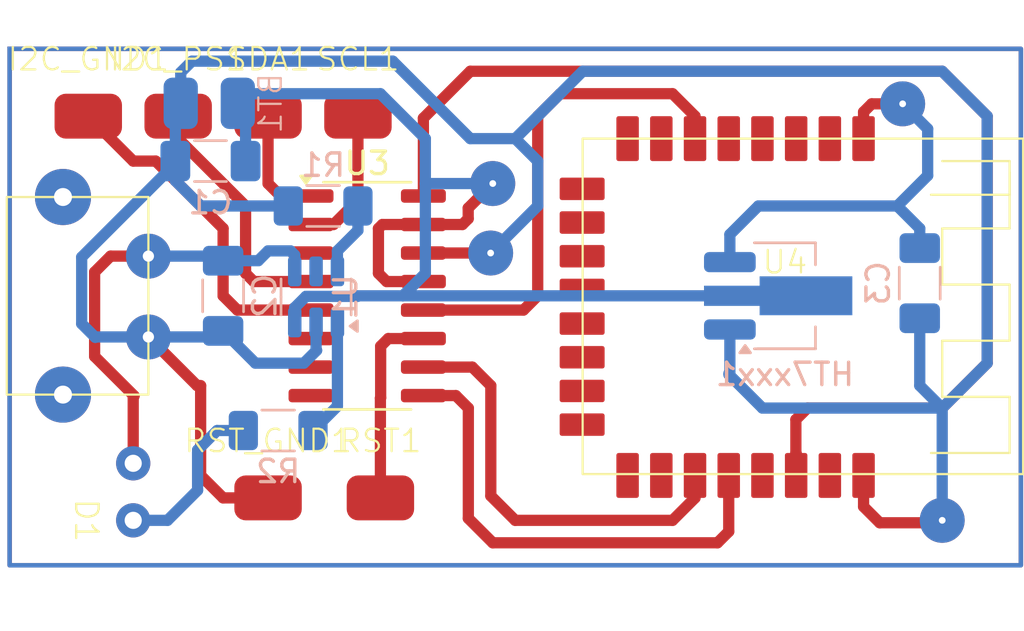
<source format=kicad_pcb>
(kicad_pcb (version 20240108) (generator "pcbnew") (generator_version "8.0")
  (layers (0 "F.Cu" signal) (31 "B.Cu" signal) (34 "B.Paste" user) (35 "F.Paste" user) (36 "B.SilkS" user "B.Silkscreen") (37 "F.SilkS" user "F.Silkscreen") (38 "B.Mask" user) (39 "F.Mask" user) (44 "Edge.Cuts" user))
  (net 0 "")
  (net 1 "VBat")
  (net 2 "GND")
  (net 3 "Net-(HT7xxx1-Vo)")
  (net 4 "I2C_GND")
  (net 5 "I2C_PS")
  (net 6 "Net-(U1-PROG)")
  (net 7 "Net-(RST1-IO)")
  (net 8 "SCL")
  (net 9 "SDA")
  (net 11 "Net-(U3-PC0)")
  (net 12 "Net-(U3-PD6)")
  (net 15 "Net-(U3-PA1)")
  (net 18 "Net-(U3-PD5)")
  (net 37 "Net-(D1-A)")
  (net 38 "Net-(D1-K)")
  (net 39 "Net-(U1-~{CHRG})")
  (footprint "MyLibrary:Soldering pad" (layer "F.Cu") (at 44.225 26)
    (property "Reference" "I2C_PS1" (at 0 -2.54 0) (layer "F.SilkS") (effects (font (thickness 0.1))))
    (property "Value" "~")
    (pad "1" smd roundrect (at 0 0) (size 3 2) (layers "F.Cu" "F.Paste" "F.Mask") (net 5 "I2C_PS"))
  )
  (footprint "MyLibrary:JDY-23" (layer "F.Cu") (at 71.225 34)
    (property "Reference" "U4" (at 0 -1.5 0) (layer "F.SilkS") (effects (font (thickness 0.1))))
    (property "Value" "~")
    (fp_line (start 6.5 -4.5) (end 10 -4.5) (stroke (width 0.1)) (layer "F.SilkS"))
    (fp_line (start 7 -6) (end 10 -6) (stroke (width 0.1)) (layer "F.SilkS"))
    (fp_line (start 7 -3) (end 7 -0.5) (stroke (width 0.1)) (layer "F.SilkS"))
    (fp_line (start 7 -0.5) (end 10 -0.5) (stroke (width 0.1)) (layer "F.SilkS"))
    (fp_line (start 7 2) (end 7 4) (stroke (width 0.1)) (layer "F.SilkS"))
    (fp_line (start 7 4) (end 7 4.5) (stroke (width 0.1)) (layer "F.SilkS"))
    (fp_line (start 7 4.5) (end 10 4.5) (stroke (width 0.1)) (layer "F.SilkS"))
    (fp_line (start 10 -5.5) (end 10 -6) (stroke (width 0.1)) (layer "F.SilkS"))
    (fp_line (start 10 -5.5) (end 10 -3) (stroke (width 0.1)) (layer "F.SilkS"))
    (fp_line (start 10 -4.5) (end 10 -5.5) (stroke (width 0.1)) (layer "F.SilkS"))
    (fp_line (start 10 -3) (end 7 -3) (stroke (width 0.1)) (layer "F.SilkS"))
    (fp_line (start 10 -0.5) (end 10 2) (stroke (width 0.1)) (layer "F.SilkS"))
    (fp_line (start 10 2) (end 7 2) (stroke (width 0.1)) (layer "F.SilkS"))
    (fp_line (start 10 4.5) (end 10 7) (stroke (width 0.1)) (layer "F.SilkS"))
    (fp_line (start 10 7) (end 6.5 7) (stroke (width 0.1)) (layer "F.SilkS"))
    (fp_rect (start -9 -7) (end 10.6 7.94) (stroke (width 0.1)) (fill none) (layer "F.SilkS"))
    (pad "1" smd roundrect (at 3.5 -7) (size 1 2) (layers "F.Cu" "F.Paste" "F.Mask") (roundrect_rratio 0.1) (net 3 "Net-(HT7xxx1-Vo)"))
    (pad "2" smd roundrect (at 2 -7) (size 1 2) (layers "F.Cu" "F.Paste" "F.Mask") (roundrect_rratio 0.1))
    (pad "3" smd roundrect (at 0.5 -7) (size 1 2) (layers "F.Cu" "F.Paste" "F.Mask") (roundrect_rratio 0.1))
    (pad "4" smd roundrect (at -1 -7) (size 1 2) (layers "F.Cu" "F.Paste" "F.Mask") (roundrect_rratio 0.1))
    (pad "5" smd roundrect (at -2.5 -7) (size 1 2) (layers "F.Cu" "F.Paste" "F.Mask") (roundrect_rratio 0.1))
    (pad "6" smd roundrect (at -4 -7) (size 1 2) (layers "F.Cu" "F.Paste" "F.Mask") (roundrect_rratio 0.1) (net 15 "Net-(U3-PA1)"))
    (pad "7" smd roundrect (at -5.5 -7) (size 1 2) (layers "F.Cu" "F.Paste" "F.Mask") (roundrect_rratio 0.1))
    (pad "8" smd roundrect (at -7 -7) (size 1 2) (layers "F.Cu" "F.Paste" "F.Mask") (roundrect_rratio 0.1))
    (pad "9" smd roundrect (at -9.02304 -4.762904 270) (size 1 2) (layers "F.Cu" "F.Paste" "F.Mask") (roundrect_rratio 0.1))
    (pad "10" smd roundrect (at -9.02304 -3.262904 270) (size 1 2) (layers "F.Cu" "F.Paste" "F.Mask") (roundrect_rratio 0.1))
    (pad "11" smd roundrect (at -9.02304 -1.762904 270) (size 1 2) (layers "F.Cu" "F.Paste" "F.Mask") (roundrect_rratio 0.1))
    (pad "12" smd roundrect (at -9.02304 -0.262904 270) (size 1 2) (layers "F.Cu" "F.Paste" "F.Mask") (roundrect_rratio 0.1))
    (pad "13" smd roundrect (at -9.02304 1.237096 270) (size 1 2) (layers "F.Cu" "F.Paste" "F.Mask") (roundrect_rratio 0.1))
    (pad "14" smd roundrect (at -9.02304 2.737096 270) (size 1 2) (layers "F.Cu" "F.Paste" "F.Mask") (roundrect_rratio 0.1))
    (pad "15" smd roundrect (at -9.02304 4.237096 270) (size 1 2) (layers "F.Cu" "F.Paste" "F.Mask") (roundrect_rratio 0.1))
    (pad "16" smd roundrect (at -9.02304 5.737096 270) (size 1 2) (layers "F.Cu" "F.Paste" "F.Mask") (roundrect_rratio 0.1))
    (pad "17" smd roundrect (at -7 8) (size 1 2) (layers "F.Cu" "F.Paste" "F.Mask") (roundrect_rratio 0.1))
    (pad "18" smd roundrect (at -5.5 8) (size 1 2) (layers "F.Cu" "F.Paste" "F.Mask") (roundrect_rratio 0.1))
    (pad "19" smd roundrect (at -4 8) (size 1 2) (layers "F.Cu" "F.Paste" "F.Mask") (roundrect_rratio 0.1) (net 12 "Net-(U3-PD6)"))
    (pad "20" smd roundrect (at -2.5 8) (size 1 2) (layers "F.Cu" "F.Paste" "F.Mask") (roundrect_rratio 0.1) (net 18 "Net-(U3-PD5)"))
    (pad "21" smd roundrect (at -1 8) (size 1 2) (layers "F.Cu" "F.Paste" "F.Mask") (roundrect_rratio 0.1))
    (pad "22" smd roundrect (at 0.5 8) (size 1 2) (layers "F.Cu" "F.Paste" "F.Mask") (roundrect_rratio 0.1) (net 11 "Net-(U3-PC0)"))
    (pad "23" smd roundrect (at 2 8) (size 1 2) (layers "F.Cu" "F.Paste" "F.Mask") (roundrect_rratio 0.1))
    (pad "24" smd roundrect (at 3.5 8) (size 1 2) (layers "F.Cu" "F.Paste" "F.Mask") (roundrect_rratio 0.1) (net 2 "GND"))
  )
  (footprint "MyLibrary:Soldering pad" (layer "F.Cu") (at 40.225 26)
    (property "Reference" "I2C_GND1" (at 0 -2.54 0) (layer "F.SilkS") (effects (font (thickness 0.1))))
    (property "Value" "~")
    (pad "1" smd roundrect (at 0 0) (size 3 2) (layers "F.Cu" "F.Paste" "F.Mask") (net 4 "I2C_GND"))
  )
  (footprint "MyLibrary:DIP2 device" (layer "F.Cu") (at 42.225 44 -90)
    (property "Reference" "D1" (at 0 2.08 -90) (layer "F.SilkS") (effects (font (thickness 0.1))))
    (property "Value" "LED")
    (pad "1" thru_hole circle (at 0 0 270) (size 1.524 1.524) (drill 0.762) (layers "*.Cu" "*.Mask") (net 38 "Net-(D1-K)"))
    (pad "2" thru_hole circle (at -2.54 0 270) (size 1.524 1.524) (drill 0.762) (layers "*.Cu" "*.Mask") (net 37 "Net-(D1-A)"))
  )
  (footprint "Package_SO:SOP-16_3.9x9.9mm_P1.27mm" (layer "F.Cu") (at 52.6375 34)
    (property "Reference" "U3" (at 0 -5.9 0) (layer "F.SilkS"))
    (property "Value" "CH32V003AxMx")
    (fp_line (start 0 -5.06) (end -1.95 -5.06) (stroke (width 0.12)) (layer "F.SilkS"))
    (fp_line (start 0 -5.06) (end 1.95 -5.06) (stroke (width 0.12)) (layer "F.SilkS"))
    (fp_line (start 0 5.06) (end -1.95 5.06) (stroke (width 0.12)) (layer "F.SilkS"))
    (fp_line (start 0 5.06) (end 1.95 5.06) (stroke (width 0.12)) (layer "F.SilkS"))
    (fp_poly (pts (xy -2.725 -5.005) (xy -2.965 -5.335) (xy -2.485 -5.335) (xy -2.725 -5.005)) (stroke (width 0.12)) (fill solid) (layer "F.SilkS"))
    (pad "1" smd roundrect (at -2.5 -4.445) (size 2 0.6) (layers "F.Cu" "F.Paste" "F.Mask") (net 9 "SDA"))
    (pad "2" smd roundrect (at -2.5 -3.175) (size 2 0.6) (layers "F.Cu" "F.Paste" "F.Mask") (net 8 "SCL"))
    (pad "3" smd roundrect (at -2.5 -1.905) (size 2 0.6) (layers "F.Cu" "F.Paste" "F.Mask"))
    (pad "4" smd roundrect (at -2.5 -0.635) (size 2 0.6) (layers "F.Cu" "F.Paste" "F.Mask") (net 5 "I2C_PS"))
    (pad "5" smd roundrect (at -2.5 0.635) (size 2 0.6) (layers "F.Cu" "F.Paste" "F.Mask") (net 4 "I2C_GND"))
    (pad "6" smd roundrect (at -2.5 1.905) (size 2 0.6) (layers "F.Cu" "F.Paste" "F.Mask"))
    (pad "7" smd roundrect (at -2.5 3.175) (size 2 0.6) (layers "F.Cu" "F.Paste" "F.Mask"))
    (pad "8" smd roundrect (at -2.5 4.445) (size 2 0.6) (layers "F.Cu" "F.Paste" "F.Mask"))
    (pad "9" smd roundrect (at 2.5 4.445) (size 2 0.6) (layers "F.Cu" "F.Paste" "F.Mask") (net 18 "Net-(U3-PD5)"))
    (pad "10" smd roundrect (at 2.5 3.175) (size 2 0.6) (layers "F.Cu" "F.Paste" "F.Mask") (net 12 "Net-(U3-PD6)"))
    (pad "11" smd roundrect (at 2.5 1.905) (size 2 0.6) (layers "F.Cu" "F.Paste" "F.Mask") (net 7 "Net-(RST1-IO)"))
    (pad "12" smd roundrect (at 2.5 0.635) (size 2 0.6) (layers "F.Cu" "F.Paste" "F.Mask") (net 15 "Net-(U3-PA1)"))
    (pad "13" smd roundrect (at 2.5 -0.635) (size 2 0.6) (layers "F.Cu" "F.Paste" "F.Mask") (net 1 "VBat"))
    (pad "14" smd roundrect (at 2.5 -1.905) (size 2 0.6) (layers "F.Cu" "F.Paste" "F.Mask") (net 2 "GND"))
    (pad "15" smd roundrect (at 2.5 -3.175) (size 2 0.6) (layers "F.Cu" "F.Paste" "F.Mask") (net 1 "VBat"))
    (pad "16" smd roundrect (at 2.5 -4.445) (size 2 0.6) (layers "F.Cu" "F.Paste" "F.Mask") (net 11 "Net-(U3-PC0)"))
  )
  (footprint "MyLibrary:USB_C_2pin-poweronly" (layer "F.Cu") (at 42.9 34 90)
    (property "Reference" "U2" (hide yes))
    (property "Value" "~" (hide yes))
    (fp_rect (start -4.4 -6.3) (end 4.4 0) (stroke (width 0.1)) (fill none) (layer "F.SilkS"))
    (pad "" thru_hole circle (at -4.4 -3.8 90) (size 2.5 2.5) (drill 0.8) (layers "*.Cu" "*.Mask"))
    (pad "" thru_hole circle (at 4.4 -3.8 90) (size 2.5 2.5) (drill 0.8) (layers "*.Cu" "*.Mask"))
    (pad "1" thru_hole circle (at 1.767013 0 90) (size 2 2) (drill 0.5) (layers "*.Cu" "*.Mask") (net 37 "Net-(D1-A)"))
    (pad "2" thru_hole circle (at -1.832987 0 90) (size 2 2) (drill 0.5) (layers "*.Cu" "*.Mask") (net 2 "GND"))
  )
  (footprint "MyLibrary:Soldering pad" (layer "F.Cu") (at 48.225 43)
    (property "Reference" "RST_GND1" (at 0 -2.54 0) (layer "F.SilkS") (effects (font (thickness 0.1))))
    (property "Value" "~")
    (pad "1" smd roundrect (at 0 0) (size 3 2) (layers "F.Cu" "F.Paste" "F.Mask") (net 2 "GND"))
  )
  (footprint "MyLibrary:Soldering pad" (layer "F.Cu") (at 53.225 43)
    (property "Reference" "RST1" (at 0 -2.54 0) (layer "F.SilkS") (effects (font (thickness 0.1))))
    (property "Value" "~")
    (pad "1" smd roundrect (at 0 0) (size 3 2) (layers "F.Cu" "F.Paste" "F.Mask") (net 7 "Net-(RST1-IO)"))
  )
  (footprint "MyLibrary:Soldering pad" (layer "F.Cu") (at 48.225 26)
    (property "Reference" "SDA1" (at 0 -2.54 0) (layer "F.SilkS") (effects (font (thickness 0.1))))
    (property "Value" "~")
    (pad "1" smd roundrect (at 0 0) (size 3 2) (layers "F.Cu" "F.Paste" "F.Mask") (net 9 "SDA"))
  )
  (footprint "MyLibrary:Soldering pad" (layer "F.Cu") (at 52.225 26)
    (property "Reference" "SCL1" (at 0 -2.54 0) (layer "F.SilkS") (effects (font (thickness 0.1))))
    (property "Value" "~")
    (pad "1" smd roundrect (at 0 0) (size 3 2) (layers "F.Cu" "F.Paste" "F.Mask") (net 8 "SCL"))
  )
  (footprint "Package_TO_SOT_SMD:TSOT-23-6" (layer "B.Cu") (at 50.3625 34.05 90)
    (property "Reference" "U1" (at 0 1.3125 90) (layer "B.SilkS") (effects (justify mirror)))
    (property "Value" "TP4057")
    (fp_line (start 0.8 -1.56) (end 0 -1.56) (stroke (width 0.12)) (layer "B.SilkS"))
    (fp_line (start -0.8 -1.56) (end 0 -1.56) (stroke (width 0.12)) (layer "B.SilkS"))
    (fp_line (start 0.8 1.56) (end 0 1.56) (stroke (width 0.12)) (layer "B.SilkS"))
    (fp_line (start -0.8 1.56) (end 0 1.56) (stroke (width 0.12)) (layer "B.SilkS"))
    (fp_poly (pts (xy -1.3 1.51) (xy -1.54 1.84) (xy -1.06 1.84) (xy -1.3 1.51)) (stroke (width 0.12)) (fill solid) (layer "B.SilkS"))
    (pad "1" smd roundrect (at -1.1375 0.95 90) (size 1.325 0.6) (layers "B.Cu" "B.Paste" "B.Mask") (net 39 "Net-(U1-~{CHRG})"))
    (pad "2" smd roundrect (at -1.1375 0 90) (size 1.325 0.6) (layers "B.Cu" "B.Paste" "B.Mask") (net 2 "GND"))
    (pad "3" smd roundrect (at -1.1375 -0.95 90) (size 1.325 0.6) (layers "B.Cu" "B.Paste" "B.Mask") (net 1 "VBat"))
    (pad "4" smd roundrect (at 1.1375 -0.95 90) (size 1.325 0.6) (layers "B.Cu" "B.Paste" "B.Mask") (net 37 "Net-(D1-A)"))
    (pad "5" smd roundrect (at 1.1375 0 90) (size 1.325 0.6) (layers "B.Cu" "B.Paste" "B.Mask"))
    (pad "6" smd roundrect (at 1.1375 0.95 90) (size 1.325 0.6) (layers "B.Cu" "B.Paste" "B.Mask") (net 6 "Net-(U1-PROG)"))
  )
  (footprint "MyLibrary:2-pin soldering pad" (layer "B.Cu") (at 46.879127 25.427584 -90)
    (property "Reference" "BT1" (at 0 -1.4525 90) (layer "B.SilkS") (effects (font (thickness 0.1)) (justify mirror)))
    (property "Value" "Battery_Cell")
    (pad "1" smd roundrect (at 0 0 270) (size 2.286 1.524) (layers "B.Cu" "B.Paste" "B.Mask") (net 1 "VBat"))
    (pad "2" smd roundrect (at 0 2.54 270) (size 2.286 1.524) (layers "B.Cu" "B.Paste" "B.Mask") (net 2 "GND"))
  )
  (footprint "Capacitor_SMD:C_1206_3216Metric_Pad1.33x1.80mm_HandSolder" (layer "B.Cu") (at 45.6625 28)
    (property "Reference" "C1" (at 0 1.85 0) (layer "B.SilkS") (effects (justify mirror)))
    (property "Value" "C")
    (fp_line (start 0.711252 -0.91) (end -0.711252 -0.91) (stroke (width 0.12)) (layer "B.SilkS"))
    (fp_line (start 0.711252 0.91) (end -0.711252 0.91) (stroke (width 0.12)) (layer "B.SilkS"))
    (pad "1" smd roundrect (at -1.5625 0) (size 1.325 1.8) (layers "B.Cu" "B.Paste" "B.Mask") (roundrect_rratio 0.188679) (net 2 "GND"))
    (pad "2" smd roundrect (at 1.5625 0) (size 1.325 1.8) (layers "B.Cu" "B.Paste" "B.Mask") (roundrect_rratio 0.188679) (net 1 "VBat"))
  )
  (footprint "Resistor_SMD:R_1206_3216Metric_Pad1.30x1.75mm_HandSolder" (layer "B.Cu") (at 48.675 40)
    (property "Reference" "R2" (at 0 1.82 0) (layer "B.SilkS") (effects (justify mirror)))
    (property "Value" "2K")
    (fp_line (start 0.727064 -0.91) (end -0.727064 -0.91) (stroke (width 0.12)) (layer "B.SilkS"))
    (fp_line (start 0.727064 0.91) (end -0.727064 0.91) (stroke (width 0.12)) (layer "B.SilkS"))
    (pad "1" smd roundrect (at -1.55 0) (size 1.3 1.75) (layers "B.Cu" "B.Paste" "B.Mask") (roundrect_rratio 0.192308) (net 38 "Net-(D1-K)"))
    (pad "2" smd roundrect (at 1.55 0) (size 1.3 1.75) (layers "B.Cu" "B.Paste" "B.Mask") (roundrect_rratio 0.192308) (net 39 "Net-(U1-~{CHRG})"))
  )
  (footprint "Package_TO_SOT_SMD:SOT-89-3_Handsoldering" (layer "B.Cu") (at 71.225 34)
    (property "Reference" "HT7xxx1" (at 0 3.5 0) (layer "B.SilkS") (effects (justify mirror)))
    (property "Value" "~")
    (fp_line (start -1.36 -2.36) (end 1.36 -2.36) (stroke (width 0.12)) (layer "B.SilkS"))
    (fp_line (start 1.36 -2.36) (end 1.36 -1.38) (stroke (width 0.12)) (layer "B.SilkS"))
    (fp_line (start 1.36 2.36) (end -1.36 2.36) (stroke (width 0.12)) (layer "B.SilkS"))
    (fp_line (start 1.36 2.36) (end -1.22 2.36) (stroke (width 0.12)) (layer "B.SilkS"))
    (fp_line (start 1.36 2.36) (end 1.36 1.38) (stroke (width 0.12)) (layer "B.SilkS"))
    (fp_poly (pts (xy -1.77 2.21) (xy -2.01 2.54) (xy -1.53 2.54) (xy -1.77 2.21)) (stroke (width 0.12)) (fill solid) (layer "B.SilkS"))
    (pad "1" smd roundrect (at -2.45 1.5) (size 2.3 0.9) (layers "B.Cu" "B.Paste" "B.Mask") (net 2 "GND"))
    (pad "2" smd custom (at -2.3625 0) (size 2.475 0.9) (layers "B.Cu" "B.Paste" "B.Mask") (net 1 "VBat") (options (clearance outline) (anchor rect)) (primitives (gr_poly (pts (xy 5.3625 -0.8665) (xy 1.2375 -0.8665) (xy 1.2375 0.8665) (xy 5.3625 0.8665)) (width 0) (fill yes))))
    (pad "3" smd roundrect (at -2.45 -1.5) (size 2.3 0.9) (layers "B.Cu" "B.Paste" "B.Mask") (net 3 "Net-(HT7xxx1-Vo)"))
  )
  (footprint "Resistor_SMD:R_1206_3216Metric_Pad1.30x1.75mm_HandSolder" (layer "B.Cu") (at 50.675 30 180)
    (property "Reference" "R1" (at 0 1.82 0) (layer "B.SilkS") (effects (justify mirror)))
    (property "Value" "20K")
    (fp_line (start 0.727064 0.91) (end -0.727064 0.91) (stroke (width 0.12)) (layer "B.SilkS"))
    (fp_line (start 0.727064 -0.91) (end -0.727064 -0.91) (stroke (width 0.12)) (layer "B.SilkS"))
    (pad "1" smd roundrect (at -1.55 0 180) (size 1.3 1.75) (layers "B.Cu" "B.Paste" "B.Mask") (roundrect_rratio 0.192308) (net 6 "Net-(U1-PROG)"))
    (pad "2" smd roundrect (at 1.55 0 180) (size 1.3 1.75) (layers "B.Cu" "B.Paste" "B.Mask") (roundrect_rratio 0.192308) (net 2 "GND"))
  )
  (footprint "Capacitor_SMD:C_1206_3216Metric_Pad1.33x1.80mm_HandSolder" (layer "B.Cu") (at 77.225 33.4375 -90)
    (property "Reference" "C3" (at 0 1.85 90) (layer "B.SilkS") (effects (justify mirror)))
    (property "Value" "C")
    (fp_line (start 0.711252 0.91) (end -0.711252 0.91) (stroke (width 0.12)) (layer "B.SilkS"))
    (fp_line (start 0.711252 -0.91) (end -0.711252 -0.91) (stroke (width 0.12)) (layer "B.SilkS"))
    (pad "1" smd roundrect (at -1.5625 0 270) (size 1.325 1.8) (layers "B.Cu" "B.Paste" "B.Mask") (roundrect_rratio 0.188679) (net 3 "Net-(HT7xxx1-Vo)"))
    (pad "2" smd roundrect (at 1.5625 0 270) (size 1.325 1.8) (layers "B.Cu" "B.Paste" "B.Mask") (roundrect_rratio 0.188679) (net 2 "GND"))
  )
  (footprint "Capacitor_SMD:C_1206_3216Metric_Pad1.33x1.80mm_HandSolder" (layer "B.Cu") (at 46.225 34 90)
    (property "Reference" "C2" (at 0 1.85 90) (layer "B.SilkS") (effects (justify mirror)))
    (property "Value" "C")
    (fp_line (start 0.711252 -0.91) (end -0.711252 -0.91) (stroke (width 0.12)) (layer "B.SilkS"))
    (fp_line (start 0.711252 0.91) (end -0.711252 0.91) (stroke (width 0.12)) (layer "B.SilkS"))
    (pad "1" smd roundrect (at -1.5625 0 90) (size 1.325 1.8) (layers "B.Cu" "B.Paste" "B.Mask") (roundrect_rratio 0.188679) (net 2 "GND"))
    (pad "2" smd roundrect (at 1.5625 0 90) (size 1.325 1.8) (layers "B.Cu" "B.Paste" "B.Mask") (roundrect_rratio 0.188679) (net 37 "Net-(D1-A)"))
  )
  (gr_rect (start 36.725 23) (end 81.725 46) (stroke (width 0.2)) (fill none) (layer "F.Cu"))
  (gr_rect (start 36.725 23) (end 81.725 46) (stroke (width 0.2)) (fill none) (layer "B.Cu") (net 1))
  (segment (start 53.1375 31) (end 53.1375 33) (width 0.5) (layer "F.Cu") (net 1))
  (segment (start 56.874094 30.825) (end 55.1375 30.825) (width 0.5) (layer "F.Cu") (net 1))
  (segment (start 53.3125 30.825) (end 53.1375 31) (width 0.5) (layer "F.Cu") (net 1))
  (segment (start 53.5025 33.365) (end 55.1375 33.365) (width 0.5) (layer "F.Cu") (net 1))
  (segment (start 53.1375 33) (end 53.5025 33.365) (width 0.5) (layer "F.Cu") (net 1))
  (segment (start 57.131619 30.567475) (end 56.874094 30.825) (width 0.5) (layer "F.Cu") (net 1))
  (segment (start 55.1375 30.825) (end 53.3125 30.825) (width 0.5) (layer "F.Cu") (net 1))
  (segment (start 57.131619 30.093381) (end 57.131619 30.567475) (width 0.5) (layer "F.Cu") (net 1))
  (segment (start 58.225 29) (end 57.131619 30.093381) (width 0.5) (layer "F.Cu") (net 1))
  (via (at 58.225 29) (size 2) (drill 0.3) (layers "F.Cu" "B.Cu") (net 1))
  (segment (start 55.225 33) (end 55.225 29) (width 0.5) (layer "B.Cu") (net 1))
  (segment (start 47.225 25.46) (end 46.765 25) (width 0.5) (layer "B.Cu") (net 1))
  (segment (start 47.225 28) (end 47.225 25.46) (width 0.5) (layer "B.Cu") (net 1))
  (segment (start 55.225 27) (end 53.225 25) (width 0.5) (layer "B.Cu") (net 1))
  (segment (start 68.8625 34) (end 54.225 34) (width 0.5) (layer "B.Cu") (net 1))
  (segment (start 55.225 29) (end 55.225 27) (width 0.5) (layer "B.Cu") (net 1))
  (segment (start 49.4125 34.525001) (end 49.912501 34.025) (width 0.5) (layer "B.Cu") (net 1))
  (segment (start 52.225 34) (end 54.225 34) (width 0.5) (layer "B.Cu") (net 1))
  (segment (start 54.225 34) (end 55.225 33) (width 0.5) (layer "B.Cu") (net 1))
  (segment (start 49.4125 35.1875) (end 49.4125 34.525001) (width 0.5) (layer "B.Cu") (net 1))
  (segment (start 53.225 25) (end 46.765 25) (width 0.5) (layer "B.Cu") (net 1))
  (segment (start 49.912501 34.025) (end 52.2 34.025) (width 0.5) (layer "B.Cu") (net 1))
  (segment (start 58.225 29) (end 55.225 29) (width 0.5) (layer "B.Cu") (net 1))
  (segment (start 52.2 34.025) (end 52.225 34) (width 0.5) (layer "B.Cu") (net 1))
  (segment (start 45.067013 38) (end 42.9 35.832987) (width 0.5) (layer "F.Cu") (net 2))
  (segment (start 74.725 43.388994) (end 74.725 42) (width 0.5) (layer "F.Cu") (net 2))
  (segment (start 58.13 32.095) (end 55.1375 32.095) (width 0.5) (layer "F.Cu") (net 2))
  (segment (start 45.225 38) (end 45.067013 38) (width 0.5) (layer "F.Cu") (net 2))
  (segment (start 46.225 43) (end 45.225 42) (width 0.5) (layer "F.Cu") (net 2))
  (segment (start 45.225 42) (end 45.225 38) (width 0.5) (layer "F.Cu") (net 2))
  (segment (start 75.444286 44.10828) (end 78.11672 44.10828) (width 0.5) (layer "F.Cu") (net 2))
  (segment (start 78.11672 44.10828) (end 78.225 44) (width 0.5) (layer "F.Cu") (net 2))
  (segment (start 48.225 43) (end 46.225 43) (width 0.5) (layer "F.Cu") (net 2))
  (segment (start 75.444286 44.10828) (end 74.725 43.388994) (width 0.5) (layer "F.Cu") (net 2))
  (via (at 78.225 44) (size 2) (drill 0.3) (layers "F.Cu" "B.Cu") (net 2))
  (via (at 58.13 32.095) (size 2) (drill 0.3) (layers "F.Cu" "B.Cu") (net 2))
  (segment (start 57.225 27) (end 53.775 23.55) (width 0.5) (layer "B.Cu") (net 2))
  (segment (start 68.735079 37.510079) (end 68.735079 37.460909) (width 0.5) (layer "B.Cu") (net 2))
  (segment (start 44.1 28.875) (end 44.1 28) (width 0.5) (layer "B.Cu") (net 2))
  (segment (start 40.537576 35.850997) (end 40.555586 35.832987) (width 0.5) (layer "B.Cu") (net 2))
  (segment (start 45.954513 35.832987) (end 46.225 35.5625) (width 0.5) (layer "B.Cu") (net 2))
  (segment (start 53.775 23.55) (end 44.838284 23.55) (width 0.5) (layer "B.Cu") (net 2))
  (segment (start 58.13 32.095) (end 60.225 30) (width 0.5) (layer "B.Cu") (net 2))
  (segment (start 78.225 39) (end 70.225 39) (width 0.5) (layer "B.Cu") (net 2))
  (segment (start 58.035 32) (end 58.13 32.095) (width 0.5) (layer "B.Cu") (net 2))
  (segment (start 70.225 39) (end 68.735079 37.510079) (width 0.5) (layer "B.Cu") (net 2))
  (segment (start 60.225 30) (end 60.225 28) (width 0.5) (layer "B.Cu") (net 2))
  (segment (start 62.225 24) (end 78.225 24) (width 0.5) (layer "B.Cu") (net 2))
  (segment (start 49.125 30) (end 45.225 30) (width 0.5) (layer "B.Cu") (net 2))
  (segment (start 40.555586 35.832987) (end 42.9 35.832987) (width 0.5) (layer "B.Cu") (net 2))
  (segment (start 78.225 24) (end 80.225 26) (width 0.5) (layer "B.Cu") (net 2))
  (segment (start 47.6625 37) (end 46.225 35.5625) (width 0.5) (layer "B.Cu") (net 2))
  (segment (start 44.225 25) (end 44.1 24.875) (width 0.5) (layer "B.Cu") (net 2))
  (segment (start 42.629513 35.5625) (end 42.9 35.832987) (width 0.2) (layer "B.Cu") (net 2))
  (segment (start 78.225 39) (end 78.225 44) (width 0.5) (layer "B.Cu") (net 2))
  (segment (start 80.225 26) (end 80.225 37) (width 0.5) (layer "B.Cu") (net 2))
  (segment (start 42.9 35.832987) (end 45.954513 35.832987) (width 0.5) (layer "B.Cu") (net 2))
  (segment (start 77.225 38) (end 78.225 39) (width 0.5) (layer "B.Cu") (net 2))
  (segment (start 44.1 28) (end 44.1 28.108511) (width 0.5) (layer "B.Cu") (net 2))
  (segment (start 45.225 30) (end 44.1 28.875) (width 0.5) (layer "B.Cu") (net 2))
  (segment (start 49.81742 37) (end 47.6625 37) (width 0.5) (layer "B.Cu") (net 2))
  (segment (start 39.93177 32.276741) (end 39.93177 35.245191) (width 0.5) (layer "B.Cu") (net 2))
  (segment (start 44.685 25) (end 44.225 25) (width 0.5) (layer "B.Cu") (net 2))
  (segment (start 80.225 37) (end 78.225 39) (width 0.5) (layer "B.Cu") (net 2))
  (segment (start 50.3625 36.407858) (end 50.386031 36.431389) (width 0.5) (layer "B.Cu") (net 2))
  (segment (start 60.225 28) (end 59.225 27) (width 0.5) (layer "B.Cu") (net 2))
  (segment (start 44.838284 23.55) (end 44.339127 24.049157) (width 0.5) (layer "B.Cu") (net 2))
  (segment (start 44.339127 24.049157) (end 44.339127 25.427584) (width 0.5) (layer "B.Cu") (net 2))
  (segment (start 68.775 37.420988) (end 68.775 35.5) (width 0.5) (layer "B.Cu") (net 2))
  (segment (start 68.735079 37.460909) (end 68.775 37.420988) (width 0.5) (layer "B.Cu") (net 2))
  (segment (start 59.225 27) (end 57.225 27) (width 0.5) (layer "B.Cu") (net 2))
  (segment (start 77.225 35) (end 77.225 38) (width 0.5) (layer "B.Cu") (net 2))
  (segment (start 50.386031 36.431389) (end 49.81742 37) (width 0.5) (layer "B.Cu") (net 2))
  (segment (start 39.93177 35.245191) (end 40.537576 35.850997) (width 0.5) (layer "B.Cu") (net 2))
  (segment (start 44.1 28) (end 44.1 25.125) (width 0.5) (layer "B.Cu") (net 2))
  (segment (start 50.3625 35.1875) (end 50.3625 36.407858) (width 0.5) (layer "B.Cu") (net 2))
  (segment (start 44.1 25.125) (end 44.225 25) (width 0.5) (layer "B.Cu") (net 2))
  (segment (start 59.225 27) (end 62.225 24) (width 0.5) (layer "B.Cu") (net 2))
  (segment (start 44.1 28.108511) (end 39.93177 32.276741) (width 0.5) (layer "B.Cu") (net 2))
  (segment (start 75.087993 25.45) (end 76.46458 25.45) (width 0.5) (layer "F.Cu") (net 3))
  (segment (start 74.725 27) (end 74.725 25.812993) (width 0.5) (layer "F.Cu") (net 3))
  (segment (start 74.725 25.812993) (end 75.087993 25.45) (width 0.5) (layer "F.Cu") (net 3))
  (via (at 76.46458 25.45) (size 2) (drill 0.3) (layers "F.Cu" "B.Cu") (net 3))
  (segment (start 68.775 31.268305) (end 68.775 32.5) (width 0.5) (layer "B.Cu") (net 3))
  (segment (start 77.577628 28.647372) (end 76.225 30) (width 0.5) (layer "B.Cu") (net 3))
  (segment (start 76.46458 25.45) (end 77.577628 26.563048) (width 0.5) (layer "B.Cu") (net 3))
  (segment (start 70.043305 30) (end 68.775 31.268305) (width 0.5) (layer "B.Cu") (net 3))
  (segment (start 76.225 30) (end 77.225 31) (width 0.5) (layer "B.Cu") (net 3))
  (segment (start 77.577628 26.563048) (end 77.577628 28.647372) (width 0.5) (layer "B.Cu") (net 3))
  (segment (start 76.225 30) (end 70.043305 30) (width 0.5) (layer "B.Cu") (net 3))
  (segment (start 77.225 31) (end 77.225 31.875) (width 0.5) (layer "B.Cu") (net 3))
  (segment (start 46.225 34) (end 46.225 31) (width 0.5) (layer "F.Cu") (net 4))
  (segment (start 43.225 28) (end 42.225 28) (width 0.5) (layer "F.Cu") (net 4))
  (segment (start 46.225 31) (end 43.225 28) (width 0.5) (layer "F.Cu") (net 4))
  (segment (start 46.86 34.635) (end 46.225 34) (width 0.5) (layer "F.Cu") (net 4))
  (segment (start 50.1375 34.635) (end 46.86 34.635) (width 0.5) (layer "F.Cu") (net 4))
  (segment (start 40.225 26) (end 42.225 28) (width 0.5) (layer "F.Cu") (net 4))
  (segment (start 44.225 27) (end 44.225 26) (width 0.5) (layer "F.Cu") (net 5))
  (segment (start 47.59 33.365) (end 47.225 33) (width 0.5) (layer "F.Cu") (net 5))
  (segment (start 47.225 30) (end 44.225 27) (width 0.5) (layer "F.Cu") (net 5))
  (segment (start 50.1375 33.365) (end 47.59 33.365) (width 0.5) (layer "F.Cu") (net 5))
  (segment (start 47.225 33) (end 47.225 30) (width 0.5) (layer "F.Cu") (net 5))
  (segment (start 51.3125 31.998015) (end 52.225 31.085515) (width 0.5) (layer "B.Cu") (net 6))
  (segment (start 51.3125 32.9125) (end 51.3125 31.998015) (width 0.5) (layer "B.Cu") (net 6))
  (segment (start 52.225 31.085515) (end 52.225 30) (width 0.5) (layer "B.Cu") (net 6))
  (segment (start 55.1375 35.905) (end 53.574971 35.905) (width 0.5) (layer "F.Cu") (net 7))
  (segment (start 53.225 38.555271) (end 53.225 43) (width 0.5) (layer "F.Cu") (net 7))
  (segment (start 53.235951 36.24402) (end 53.235951 38.54432) (width 0.5) (layer "F.Cu") (net 7))
  (segment (start 53.574971 35.905) (end 53.235951 36.24402) (width 0.5) (layer "F.Cu") (net 7))
  (segment (start 53.235951 38.54432) (end 53.225 38.555271) (width 0.5) (layer "F.Cu") (net 7))
  (segment (start 51.137499 30.825) (end 52.225 29.737499) (width 0.5) (layer "F.Cu") (net 8))
  (segment (start 50.1375 30.825) (end 51.137499 30.825) (width 0.5) (layer "F.Cu") (net 8))
  (segment (start 52.225 29.737499) (end 52.225 26) (width 0.5) (layer "F.Cu") (net 8))
  (segment (start 48.225 29) (end 48.225 26) (width 0.5) (layer "F.Cu") (net 9))
  (segment (start 48.78 29.555) (end 48.225 29) (width 0.5) (layer "F.Cu") (net 9))
  (segment (start 50.1375 29.555) (end 48.78 29.555) (width 0.5) (layer "F.Cu") (net 9))
  (segment (start 72.225 39) (end 78.225 39) (width 0.5) (layer "F.Cu") (net 11))
  (segment (start 71.71255 39.51245) (end 72.225 39) (width 0.5) (layer "F.Cu") (net 11))
  (segment (start 71.725 42) (end 71.725 41.000001) (width 0.5) (layer "F.Cu") (net 11))
  (segment (start 71.71255 40.987551) (end 71.71255 39.51245) (width 0.5) (layer "F.Cu") (net 11))
  (segment (start 78.225 39) (end 80.225 37) (width 0.5) (layer "F.Cu") (net 11))
  (segment (start 80.225 26) (end 80.225 37) (width 0.5) (layer "F.Cu") (net 11))
  (segment (start 78.225 24) (end 57.225 24) (width 0.5) (layer "F.Cu") (net 11))
  (segment (start 55.1375 26.0875) (end 55.1375 29.555) (width 0.5) (layer "F.Cu") (net 11))
  (segment (start 71.725 41.000001) (end 71.71255 40.987551) (width 0.5) (layer "F.Cu") (net 11))
  (segment (start 80.225 26) (end 78.225 24) (width 0.5) (layer "F.Cu") (net 11))
  (segment (start 57.225 24) (end 55.1375 26.0875) (width 0.5) (layer "F.Cu") (net 11))
  (segment (start 58.1375 38) (end 58.1375 42.9125) (width 0.5) (layer "F.Cu") (net 12))
  (segment (start 67.225 43) (end 67.225 42) (width 0.5) (layer "F.Cu") (net 12))
  (segment (start 58.1375 42.9125) (end 59.225 44) (width 0.5) (layer "F.Cu") (net 12))
  (segment (start 55.1375 37.175) (end 57.3125 37.175) (width 0.5) (layer "F.Cu") (net 12))
  (segment (start 57.3125 37.175) (end 58.1375 38) (width 0.5) (layer "F.Cu") (net 12))
  (segment (start 66.225 44) (end 67.225 43) (width 0.5) (layer "F.Cu") (net 12))
  (segment (start 59.225 44) (end 66.225 44) (width 0.5) (layer "F.Cu") (net 12))
  (segment (start 59.59 34.635) (end 60.225 34) (width 0.5) (layer "F.Cu") (net 15))
  (segment (start 60.225 26) (end 61.225 25) (width 0.5) (layer "F.Cu") (net 15))
  (segment (start 67.225 26) (end 67.225 27) (width 0.5) (layer "F.Cu") (net 15))
  (segment (start 55.1375 34.635) (end 59.59 34.635) (width 0.5) (layer "F.Cu") (net 15))
  (segment (start 60.225 34) (end 60.225 26) (width 0.5) (layer "F.Cu") (net 15))
  (segment (start 66.225 25) (end 67.225 26) (width 0.5) (layer "F.Cu") (net 15))
  (segment (start 61.225 25) (end 66.225 25) (width 0.5) (layer "F.Cu") (net 15))
  (segment (start 68.725 42) (end 68.725 44.5) (width 0.5) (layer "F.Cu") (net 18))
  (segment (start 68.725 44.5) (end 68.225 45) (width 0.5) (layer "F.Cu") (net 18))
  (segment (start 57.1375 43.9125) (end 57.1375 39) (width 0.5) (layer "F.Cu") (net 18))
  (segment (start 68.225 45) (end 58.225 45) (width 0.5) (layer "F.Cu") (net 18))
  (segment (start 56.5825 38.445) (end 55.1375 38.445) (width 0.5) (layer "F.Cu") (net 18))
  (segment (start 57.1375 39) (end 56.5825 38.445) (width 0.5) (layer "F.Cu") (net 18))
  (segment (start 58.225 45) (end 57.1375 43.9125) (width 0.5) (layer "F.Cu") (net 18))
  (segment (start 42.225 38.495085) (end 42.264123 38.455962) (width 0.5) (layer "F.Cu") (net 37))
  (segment (start 40.507285 32.943128) (end 41.217426 32.232987) (width 0.5) (layer "F.Cu") (net 37))
  (segment (start 41.217426 32.232987) (end 42.9 32.232987) (width 0.5) (layer "F.Cu") (net 37))
  (segment (start 42.225 41.46) (end 42.225 38.495085) (width 0.5) (layer "F.Cu") (net 37))
  (segment (start 42.264123 38.455962) (end 40.507285 36.699124) (width 0.5) (layer "F.Cu") (net 37))
  (segment (start 40.507285 36.699124) (end 40.507285 32.943128) (width 0.5) (layer "F.Cu") (net 37))
  (segment (start 49.4125 32.1875) (end 49.225 32) (width 0.5) (layer "B.Cu") (net 37))
  (segment (start 46.020487 32.232987) (end 46.225 32.4375) (width 0.5) (layer "B.Cu") (net 37))
  (segment (start 49.4125 32.9125) (end 49.4125 32.1875) (width 0.5) (layer "B.Cu") (net 37))
  (segment (start 42.695487 32.4375) (end 42.9 32.232987) (width 0.2) (layer "B.Cu") (net 37))
  (segment (start 49.225 32) (end 48.225 32) (width 0.5) (layer "B.Cu") (net 37))
  (segment (start 42.9 32.232987) (end 46.020487 32.232987) (width 0.5) (layer "B.Cu") (net 37))
  (segment (start 48.225 32) (end 47.7875 32.4375) (width 0.5) (layer "B.Cu") (net 37))
  (segment (start 47.7875 32.4375) (end 46.225 32.4375) (width 0.5) (layer "B.Cu") (net 37))
  (segment (start 45.089113 40.870002) (end 45.089113 42.662179) (width 0.5) (layer "B.Cu") (net 38))
  (segment (start 45.089113 42.662179) (end 43.751292 44) (width 0.5) (layer "B.Cu") (net 38))
  (segment (start 47.125 40) (end 45.959115 40) (width 0.5) (layer "B.Cu") (net 38))
  (segment (start 43.751292 44) (end 42.225 44) (width 0.5) (layer "B.Cu") (net 38))
  (segment (start 45.959115 40) (end 45.089113 40.870002) (width 0.5) (layer "B.Cu") (net 38))
  (segment (start 51.3125 38.9125) (end 50.225 40) (width 0.5) (layer "B.Cu") (net 39))
  (segment (start 51.3125 35.1875) (end 51.3125 38.9125) (width 0.5) (layer "B.Cu") (net 39))
)
</source>
